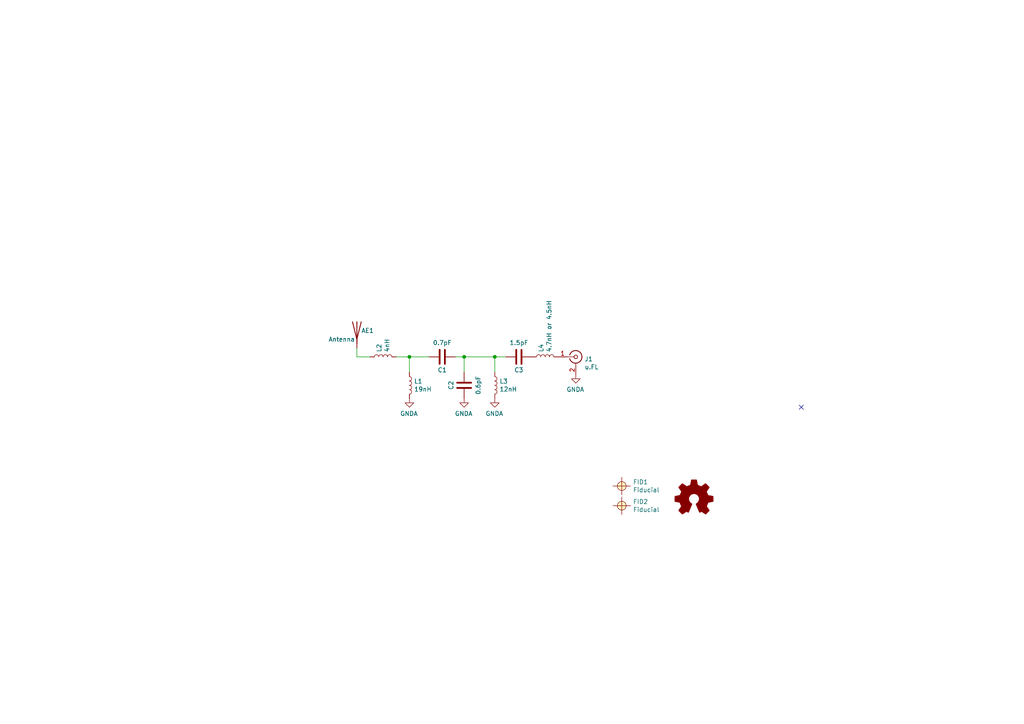
<source format=kicad_sch>
(kicad_sch (version 20231120) (generator "eeschema") (generator_version "8.0")
  (paper "A4")
  (title_block (title "RUSP Antenna Board") (company "Sky's Edge"))
  (lib_symbols
    (symbol "Connector:Conn_Coaxial" (pin_names (offset 1.016) hide)
      (property "Reference" "J" (at 0.254 3.048 0))
      (property "Value" "Conn_Coaxial" (at 2.921 0 90))
      (symbol "Conn_Coaxial_0_1"
        (arc (start -1.778 -0.508) (mid 0.222 -1.808) (end 1.778 0) (stroke (width 0.254)))
        (polyline (pts (xy -2.54 0) (xy -0.508 0)))
        (polyline (pts (xy 0 -2.54) (xy 0 -1.778)))
        (circle (center 0 0) (radius 0.508) (stroke (width 0.2032)))
        (arc (start 1.778 0) (mid 0.222 1.8083) (end -1.778 0.508) (stroke (width 0.254)))
      )
      (symbol "Conn_Coaxial_1_1"
        (pin passive line (at -5.08 0 0) (length 2.54) (name "In") (number "1"))
        (pin passive line (at 0 -5.08 90) (length 2.54) (name "Ext") (number "2"))
      )
    )
    (symbol "Device:Antenna" (pin_numbers hide) (pin_names (offset 1.016) hide)
      (property "Reference" "AE" (at -1.905 1.905 0))
      (property "Value" "Antenna" (at -1.905 0 0))
      (symbol "Antenna_0_1"
        (polyline (pts (xy 0 2.54) (xy 0 -3.81)) (stroke (width 0.254)))
        (polyline (pts (xy 1.27 2.54) (xy 0 -2.54) (xy -1.27 2.54)) (stroke (width 0.254)))
      )
      (symbol "Antenna_1_1"
        (pin input line (at 0 -5.08 90) (length 2.54) (name "A") (number "1"))
      )
    )
    (symbol "Device:C" (pin_numbers hide) (pin_names (offset 0.254))
      (property "Reference" "C" (at 0.635 2.54 0))
      (property "Value" "C" (at 0.635 -2.54 0))
      (symbol "C_0_1"
        (polyline (pts (xy -2.032 -0.762) (xy 2.032 -0.762)) (stroke (width 0.508)))
        (polyline (pts (xy -2.032 0.762) (xy 2.032 0.762)) (stroke (width 0.508)))
      )
      (symbol "C_1_1"
        (pin passive line (at 0 3.81 270) (length 2.794) (name "~") (number "1"))
        (pin passive line (at 0 -3.81 90) (length 2.794) (name "~") (number "2"))
      )
    )
    (symbol "Device:L" (pin_numbers hide) (pin_names (offset 1.016) hide)
      (property "Reference" "L" (at -1.27 0 90))
      (property "Value" "L" (at 1.905 0 90))
      (symbol "L_0_1"
        (arc (start 0 -2.54) (mid 0.6323 -1.905) (end 0 -1.27))
        (arc (start 0 -1.27) (mid 0.6323 -0.635) (end 0 0))
        (arc (start 0 0) (mid 0.6323 0.635) (end 0 1.27))
        (arc (start 0 1.27) (mid 0.6323 1.905) (end 0 2.54))
      )
      (symbol "L_1_1"
        (pin passive line (at 0 3.81 270) (length 1.27) (name "1") (number "1"))
        (pin passive line (at 0 -3.81 90) (length 1.27) (name "2") (number "2"))
      )
    )
    (symbol "Graphic:Logo_Open_Hardware_Small" (pin_names (offset 1.016))
      (symbol "Logo_Open_Hardware_Small_0_1"
        (polyline (pts (xy 3.3528 -4.3434) (xy 3.302 -4.318) (xy 3.175 -4.2418) (xy 2.9972 -4.1148) (xy 2.7686 -3.9624) (xy 2.54 -3.81) (xy 2.3622 -3.7084) (xy 2.2352 -3.6068) (xy 2.1844 -3.5814) (xy 2.159 -3.6068) (xy 2.0574 -3.6576) (xy 1.905 -3.7338) (xy 1.8034 -3.7846) (xy 1.6764 -3.8354) (xy 1.6002 -3.8354) (xy 1.6002 -3.8354) (xy 1.5494 -3.7338) (xy 1.4732 -3.5306) (xy 1.3462 -3.302) (xy 1.2446 -3.0226) (xy 1.1176 -2.7178) (xy 0.9652 -2.413) (xy 0.8636 -2.1082) (xy 0.7366 -1.8288) (xy 0.6604 -1.6256) (xy 0.6096 -1.4732) (xy 0.5842 -1.397) (xy 0.5842 -1.397) (xy 0.6604 -1.3208) (xy 0.7874 -1.2446) (xy 1.0414 -1.016) (xy 1.2954 -0.6858) (xy 1.4478 -0.3302) (xy 1.524 0.0762) (xy 1.4732 0.4572) (xy 1.3208 0.8128) (xy 1.0668 1.143) (xy 0.762 1.3716) (xy 0.4064 1.524) (xy 0 1.5748) (xy -0.381 1.5494) (xy -0.7366 1.397) (xy -1.0668 1.143) (xy -1.2192 0.9906) (xy -1.397 0.6604) (xy -1.524 0.3048) (xy -1.524 0.2286) (xy -1.4986 -0.1778) (xy -1.397 -0.5334) (xy -1.1938 -0.8636) (xy -0.9144 -1.143) (xy -0.8636 -1.1684) (xy -0.7366 -1.27) (xy -0.635 -1.3462) (xy -0.5842 -1.397) (xy -1.0668 -2.5908) (xy -1.143 -2.794) (xy -1.2954 -3.1242) (xy -1.397 -3.4036) (xy -1.4986 -3.6322) (xy -1.5748 -3.7846) (xy -1.6002 -3.8354) (xy -1.6002 -3.8354) (xy -1.651 -3.8354) (xy -1.7272 -3.81) (xy -1.905 -3.7338) (xy -2.0066 -3.683) (xy -2.1336 -3.6068) (xy -2.2098 -3.5814) (xy -2.2606 -3.6068) (xy -2.3622 -3.683) (xy -2.54 -3.81) (xy -2.7686 -3.9624) (xy -2.9718 -4.0894) (xy -3.1496 -4.2164) (xy -3.302 -4.318) (xy -3.3528 -4.3434) (xy -3.3782 -4.3434) (xy -3.429 -4.318) (xy -3.5306 -4.2164) (xy -3.7084 -4.064) (xy -3.937 -3.8354) (xy -3.9624 -3.81) (xy -4.1656 -3.6068) (xy -4.318 -3.4544) (xy -4.4196 -3.3274) (xy -4.445 -3.2766) (xy -4.445 -3.2766) (xy -4.4196 -3.2258) (xy -4.318 -3.0734) (xy -4.2164 -2.8956) (xy -4.064 -2.667) (xy -3.6576 -2.0828) (xy -3.8862 -1.5494) (xy -3.937 -1.3716) (xy -4.0386 -1.1684) (xy -4.0894 -1.0414) (xy -4.1148 -0.9652) (xy -4.191 -0.9398) (xy -4.318 -0.9144) (xy -4.5466 -0.8636) (xy -4.8006 -0.8128) (xy -5.0546 -0.7874) (xy -5.2578 -0.7366) (xy -5.4356 -0.7112) (xy -5.5118 -0.6858) (xy -5.5118 -0.6858) (xy -5.5372 -0.635) (xy -5.5372 -0.5588) (xy -5.5372 -0.4318) (xy -5.5626 -0.2286) (xy -5.5626 0.0762) (xy -5.5626 0.127) (xy -5.5372 0.4064) (xy -5.5372 0.635) (xy -5.5372 0.762) (xy -5.5372 0.8382) (xy -5.5372 0.8382) (xy -5.461 0.8382) (xy -5.3086 0.889) (xy -5.08 0.9144) (xy -4.826 0.9652) (xy -4.8006 0.9906) (xy -4.5466 1.0414) (xy -4.318 1.0668) (xy -4.1656 1.1176) (xy -4.0894 1.143) (xy -4.0894 1.143) (xy -4.0386 1.2446) (xy -3.9624 1.4224) (xy -3.8608 1.6256) (xy -3.7846 1.8288) (xy -3.7084 2.0066) (xy -3.6576 2.159) (xy -3.6322 2.2098) (xy -3.6322 2.2098) (xy -3.683 2.286) (xy -3.7592 2.413) (xy -3.8862 2.5908) (xy -4.064 2.8194) (xy -4.064 2.8448) (xy -4.2164 3.0734) (xy -4.3434 3.2512) (xy -4.4196 3.3782) (xy -4.445 3.4544) (xy -4.445 3.4544) (xy -4.3942 3.5052) (xy -4.2926 3.6322) (xy -4.1148 3.81) (xy -3.937 4.0132) (xy -3.8608 4.064) (xy -3.6576 4.2926) (xy -3.5052 4.4196) (xy -3.4036 4.4958) (xy -3.3528 4.5212) (xy -3.3528 4.5212) (xy -3.302 4.4704) (xy -3.1496 4.3688) (xy -2.9718 4.2418) (xy -2.7432 4.0894) (xy -2.7178 4.0894) (xy -2.4892 3.937) (xy -2.3114 3.81) (xy -2.1844 3.7084) (xy -2.1336 3.683) (xy -2.1082 3.683) (xy -2.032 3.7084) (xy -1.8542 3.7592) (xy -1.6764 3.8354) (xy -1.4732 3.937) (xy -1.27 4.0132) (xy -1.143 4.064) (xy -1.0668 4.1148) (xy -1.0668 4.1148) (xy -1.0414 4.191) (xy -1.016 4.3434) (xy -0.9652 4.572) (xy -0.9144 4.8514) (xy -0.889 4.9022) (xy -0.8382 5.1562) (xy -0.8128 5.3848) (xy -0.7874 5.5372) (xy -0.762 5.588) (xy -0.7112 5.6134) (xy -0.5842 5.6134) (xy -0.4064 5.6134) (xy -0.1524 5.6134) (xy 0.0762 5.6134) (xy 0.3302 5.6134) (xy 0.5334 5.6134) (xy 0.6858 5.588) (xy 0.7366 5.588) (xy 0.7366 5.588) (xy 0.762 5.5118) (xy 0.8128 5.334) (xy 0.8382 5.1054) (xy 0.9144 4.826) (xy 0.9144 4.7752) (xy 0.9652 4.5212) (xy 1.016 4.2926) (xy 1.0414 4.1402) (xy 1.0668 4.0894) (xy 1.0668 4.0894) (xy 1.1938 4.0386) (xy 1.3716 3.9624) (xy 1.5748 3.8608) (xy 2.0828 3.6576) (xy 2.7178 4.0894) (xy 2.7686 4.1402) (xy 2.9972 4.2926) (xy 3.175 4.4196) (xy 3.302 4.4958) (xy 3.3782 4.5212) (xy 3.3782 4.5212) (xy 3.429 4.4704) (xy 3.556 4.3434) (xy 3.7338 4.191) (xy 3.9116 3.9878) (xy 4.064 3.8354) (xy 4.2418 3.6576) (xy 4.3434 3.556) (xy 4.4196 3.4798) (xy 4.4196 3.429) (xy 4.4196 3.4036) (xy 4.3942 3.3274) (xy 4.2926 3.2004) (xy 4.1656 2.9972) (xy 4.0132 2.794) (xy 3.8862 2.5908) (xy 3.7592 2.3876) (xy 3.6576 2.2352) (xy 3.6322 2.159) (xy 3.6322 2.1336) (xy 3.683 2.0066) (xy 3.7592 1.8288) (xy 3.8608 1.6002) (xy 4.064 1.1176) (xy 4.3942 1.0414) (xy 4.5974 1.016) (xy 4.8768 0.9652) (xy 5.1308 0.9144) (xy 5.5372 0.8382) (xy 5.5626 -0.6604) (xy 5.4864 -0.6858) (xy 5.4356 -0.6858) (xy 5.2832 -0.7366) (xy 5.0546 -0.762) (xy 4.8006 -0.8128) (xy 4.5974 -0.8636) (xy 4.3688 -0.9144) (xy 4.2164 -0.9398) (xy 4.1402 -0.9398) (xy 4.1148 -0.9652) (xy 4.064 -1.0668) (xy 3.9878 -1.2446) (xy 3.9116 -1.4478) (xy 3.81 -1.651) (xy 3.7338 -1.8542) (xy 3.683 -2.0066) (xy 3.6576 -2.0828) (xy 3.683 -2.1336) (xy 3.7846 -2.2606) (xy 3.8862 -2.4638) (xy 4.0386 -2.667) (xy 4.191 -2.8956) (xy 4.318 -3.0734) (xy 4.3942 -3.2004) (xy 4.445 -3.2766) (xy 4.4196 -3.3274) (xy 4.3434 -3.429) (xy 4.1656 -3.5814) (xy 3.937 -3.8354) (xy 3.8862 -3.8608) (xy 3.683 -4.064) (xy 3.5306 -4.2164) (xy 3.4036 -4.318) (xy 3.3528 -4.3434)) (fill (type outline)))
      )
    )
    (symbol "MyLibrary:Fiducial" (pin_names (offset 1.016))
      (property "Reference" "FID" (at 0 -3.81 0))
      (property "Value" "MyLibrary_Fiducial" (at 0 3.81 0))
      (symbol "Fiducial_0_1"
        (polyline (pts (xy -2.54 0) (xy 2.54 0)))
        (polyline (pts (xy 0 -2.54) (xy 0 2.54)))
        (circle (center 0 0) (radius 1.27) (fill (type background)))
      )
    )
    (symbol "power:GNDA" (power) (pin_names (offset 0))
      (property "Value" "GNDA" (at 0 -3.81 0))
      (symbol "GNDA_0_1"
        (polyline (pts (xy 0 0) (xy 0 -1.27) (xy 1.27 -1.27) (xy 0 -2.54) (xy -1.27 -1.27) (xy 0 -1.27)))
      )
      (symbol "GNDA_1_1"
        (pin power_in line (at 0 0 270) (length 0) hide (name "GNDA") (number "1"))
      )
    )
  )
  (junction (at 134.62 103.505))
  (junction (at 118.745 103.505))
  (junction (at 143.51 103.505))
  (no_connect (at 232.41 118.11))
  (wire (pts (xy 143.51 107.95) (xy 143.51 103.505)))
  (wire (pts (xy 103.505 103.505) (xy 107.315 103.505)))
  (wire (pts (xy 118.745 103.505) (xy 124.46 103.505)))
  (wire (pts (xy 143.51 103.505) (xy 146.685 103.505)))
  (wire (pts (xy 134.62 103.505) (xy 143.51 103.505)))
  (wire (pts (xy 114.935 103.505) (xy 118.745 103.505)))
  (wire (pts (xy 103.505 100.965) (xy 103.505 103.505)))
  (wire (pts (xy 132.08 103.505) (xy 134.62 103.505)))
  (wire (pts (xy 118.745 103.505) (xy 118.745 107.95)))
  (wire (pts (xy 134.62 107.95) (xy 134.62 103.505)))
  (symbol (lib_id "Connector:Conn_Coaxial") (at 167.005 103.505 0) (unit 1)
    (property "Reference" "J1" (at 169.545 104.14 0) (effects (justify left)))
    (property "Value" "u.FL" (at 169.545 106.4514 0) (effects (justify left)))
    (property "Footprint" "Connector_Coaxial:U.FL_Molex_MCRF_73412-0110_Vertical" (effects (hide yes)))
    (property "Datasheet" " ~" (effects (hide yes)))
    (property "Mfg. Name" "Molex" (effects (hide yes)))
    (property "Mfg. Part No." "0734120110" (effects (hide yes)))
  )
  (symbol (lib_id "power:GNDA") (at 167.005 108.585 0) (mirror y) (unit 1)
    (property "Reference" "#PWR0101" (effects (hide yes)))
    (property "Value" "GNDA" (at 166.878 112.9792 0))
  )
  (symbol (lib_id "MyLibrary:Fiducial") (at 180.34 140.97 0) (unit 1) (in_bom no)
    (property "Reference" "FID1" (at 183.5912 139.8016 0) (effects (justify left)))
    (property "Value" "Fiducial" (at 183.5912 142.113 0) (effects (justify left)))
    (property "Footprint" "Fiducial:Fiducial_0.75mm_Dia_1.5mm_Outer" (effects (hide yes)))
  )
  (symbol (lib_id "MyLibrary:Fiducial") (at 180.34 146.685 0) (unit 1) (in_bom no)
    (property "Reference" "FID2" (at 183.5912 145.5166 0) (effects (justify left)))
    (property "Value" "Fiducial" (at 183.5912 147.828 0) (effects (justify left)))
    (property "Footprint" "Fiducial:Fiducial_0.75mm_Dia_1.5mm_Outer" (effects (hide yes)))
  )
  (symbol (lib_id "Graphic:Logo_Open_Hardware_Small") (at 201.295 144.78 0) (unit 1) (in_bom no)
    (property "Reference" "#LOGO1" (effects (hide yes)))
    (property "Value" "Logo_Open_Hardware_Small" (effects (hide yes)))
    (property "Footprint" "MyFootprints:SkysEdge_18mm" (effects (hide yes)))
  )
  (symbol (lib_id "Device:L") (at 118.745 111.76 0) (unit 1)
    (property "Reference" "L1" (at 120.0912 110.5916 0) (effects (justify left)))
    (property "Value" "19nH" (at 120.0912 112.903 0) (effects (justify left)))
    (property "Footprint" "Inductor_SMD:L_0603_1608Metric" (effects (hide yes)))
    (property "Mfg. Name" "Murata" (effects (hide yes)))
    (property "Mfg. Part No." "LQW18AN19NJ80D" (effects (hide yes)))
  )
  (symbol (lib_id "power:GNDA") (at 118.745 115.57 0) (mirror y) (unit 1)
    (property "Reference" "#PWR0104" (effects (hide yes)))
    (property "Value" "GNDA" (at 118.618 119.9642 0))
  )
  (symbol (lib_id "power:GNDA") (at 143.51 115.57 0) (mirror y) (unit 1)
    (property "Reference" "#PWR0103" (effects (hide yes)))
    (property "Value" "GNDA" (at 143.383 119.9642 0))
  )
  (symbol (lib_id "Device:L") (at 158.115 103.505 90) (unit 1)
    (property "Reference" "L4" (at 156.9466 102.1588 0) (effects (justify left)))
    (property "Value" "4.7nH or 4.5nH" (at 159.258 102.1588 0) (effects (justify left)))
    (property "Footprint" "Inductor_SMD:L_0402_1005Metric" (effects (hide yes)))
    (property "Mfg. Name" "Murata" (effects (hide yes)))
    (property "Mfg. Part No." "lqw15an4n5b00d" (effects (hide yes)))
  )
  (symbol (lib_id "Device:C") (at 134.62 111.76 180) (unit 1)
    (property "Reference" "C2" (at 130.81 111.76 90))
    (property "Value" "0.6pF" (at 138.7094 111.76 90))
    (property "Footprint" "Capacitor_SMD:C_0603_1608Metric" (effects (hide yes)))
    (property "Mfg. Name" "Murata" (effects (hide yes)))
    (property "Mfg. Part No." "GRM0335C1HR60BA01D" (effects (hide yes)))
  )
  (symbol (lib_id "Device:C") (at 128.27 103.505 270) (unit 1)
    (property "Reference" "C1" (at 128.27 107.315 90))
    (property "Value" "0.7pF" (at 128.27 99.4156 90))
    (property "Footprint" "Capacitor_SMD:C_0603_1608Metric" (effects (hide yes)))
    (property "Mfg. Name" "Murata" (effects (hide yes)))
    (property "Mfg. Part No." "GJM0335C1ER70WB01D" (effects (hide yes)))
  )
  (symbol (lib_id "Device:L") (at 143.51 111.76 0) (unit 1)
    (property "Reference" "L3" (at 144.8562 110.5916 0) (effects (justify left)))
    (property "Value" "12nH" (at 144.8562 112.903 0) (effects (justify left)))
    (property "Footprint" "Inductor_SMD:L_0603_1608Metric" (effects (hide yes)))
    (property "Mfg. Name" "Murata" (effects (hide yes)))
    (property "Mfg. Part No." "LQW18AN12NG10D" (effects (hide yes)))
  )
  (symbol (lib_id "power:GNDA") (at 134.62 115.57 0) (mirror y) (unit 1)
    (property "Reference" "#PWR0102" (effects (hide yes)))
    (property "Value" "GNDA" (at 134.493 119.9642 0))
  )
  (symbol (lib_id "Device:C") (at 150.495 103.505 270) (unit 1)
    (property "Reference" "C3" (at 150.495 107.315 90))
    (property "Value" "1.5pF" (at 150.495 99.4156 90))
    (property "Footprint" "Capacitor_SMD:C_0603_1608Metric" (effects (hide yes)))
    (property "Mfg. Name" "Kemet" (effects (hide yes)))
    (property "Mfg. Part No." "CBR06C159B5GAC" (effects (hide yes)))
  )
  (symbol (lib_id "Device:L") (at 111.125 103.505 90) (unit 1)
    (property "Reference" "L2" (at 109.9566 102.1588 0) (effects (justify left)))
    (property "Value" "4nH" (at 112.268 102.1588 0) (effects (justify left)))
    (property "Footprint" "Inductor_SMD:L_0402_1005Metric" (effects (hide yes)))
    (property "Mfg. Name" "TDK" (effects (hide yes)))
    (property "Mfg. Part No." "MHQ0402PSA4N0BT000" (effects (hide yes)))
  )
  (symbol (lib_id "Device:Antenna") (at 103.505 95.885 0) (unit 1)
    (property "Reference" "AE1" (at 104.775 95.8849 0) (effects (justify left)))
    (property "Value" "Antenna" (at 95.25 98.4249 0) (effects (justify left)))
    (property "Footprint" "MyFootprints:Antenna_Ignion_RunmXtend_NN02-224" (effects (hide yes)))
    (property "Mfg. Part. No." "NN-02-224" (effects (hide yes)))
    (property "Mfg. Name" "Ignion" (effects (hide yes)))
    (property "Mfg. Part No." "NN-02-224" (effects (hide yes)))
  )
)
</source>
